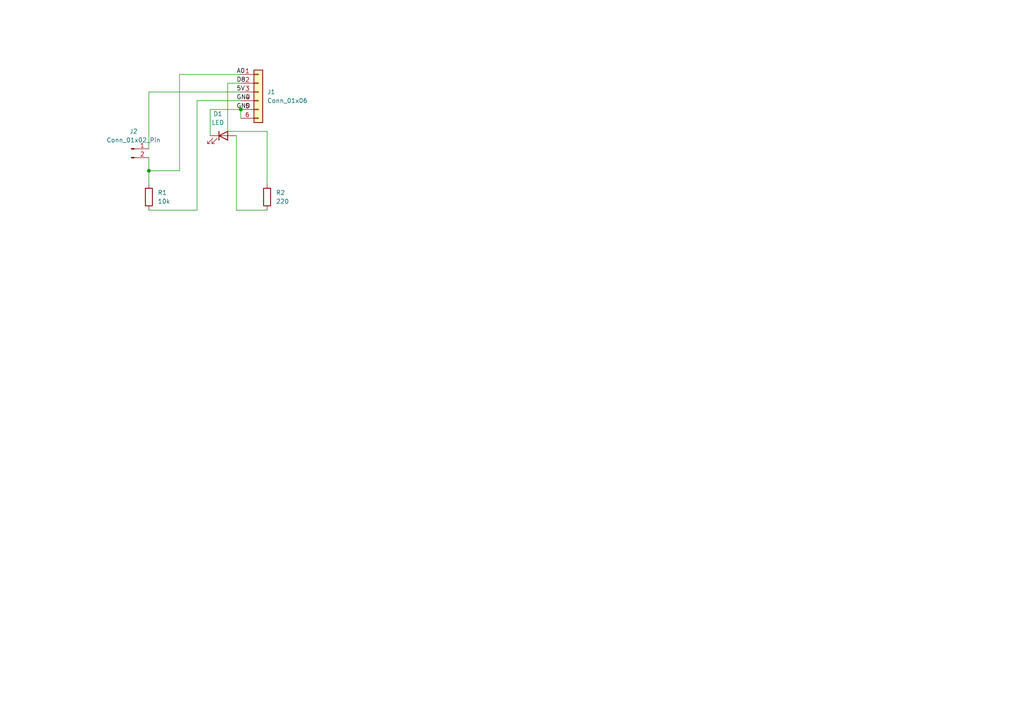
<source format=kicad_sch>
(kicad_sch (version 20250114) (generator "eeschema") (generator_version "9.0")
  (paper "A4")
  (lib_symbols
    (symbol "Connector:Conn_01x02_Pin" (pin_names (offset 1.016) (hide yes))
      (property "Reference" "J" (at 0 2.54 0))
      (property "Value" "Conn_01x02_Pin" (at 0 -5.08 0))
      (symbol "Conn_01x02_Pin_1_1"
        (rectangle (start 0.8636 0.127) (end 0 -0.127) (stroke (width 0.1524)) (fill (type outline)))
        (rectangle (start 0.8636 -2.413) (end 0 -2.667) (stroke (width 0.1524)) (fill (type outline)))
        (polyline (pts (xy 1.27 0) (xy 0.8636 0)) (stroke (width 0.1524)))
        (polyline (pts (xy 1.27 -2.54) (xy 0.8636 -2.54)) (stroke (width 0.1524)))
        (pin passive line (at 5.08 0 180) (length 3.81) (name "Pin_1") (number "1"))
        (pin passive line (at 5.08 -2.54 180) (length 3.81) (name "Pin_2") (number "2"))
      )
    )
    (symbol "Connector_Generic:Conn_01x06" (pin_names (offset 1.016) (hide yes))
      (property "Reference" "J" (at 0 7.62 0))
      (property "Value" "Conn_01x06" (at 0 -10.16 0))
      (symbol "Conn_01x06_1_1"
        (rectangle (start -1.27 6.35) (end 1.27 -8.89) (stroke (width 0.254)) (fill (type background)))
        (rectangle (start -1.27 5.207) (end 0 4.953) (stroke (width 0.1524)))
        (rectangle (start -1.27 2.667) (end 0 2.413) (stroke (width 0.1524)))
        (rectangle (start -1.27 0.127) (end 0 -0.127) (stroke (width 0.1524)))
        (rectangle (start -1.27 -2.413) (end 0 -2.667) (stroke (width 0.1524)))
        (rectangle (start -1.27 -4.953) (end 0 -5.207) (stroke (width 0.1524)))
        (rectangle (start -1.27 -7.493) (end 0 -7.747) (stroke (width 0.1524)))
        (pin passive line (at -5.08 5.08 0) (length 3.81) (name "Pin_1") (number "1"))
        (pin passive line (at -5.08 2.54 0) (length 3.81) (name "Pin_2") (number "2"))
        (pin passive line (at -5.08 0 0) (length 3.81) (name "Pin_3") (number "3"))
        (pin passive line (at -5.08 -2.54 0) (length 3.81) (name "Pin_4") (number "4"))
        (pin passive line (at -5.08 -5.08 0) (length 3.81) (name "Pin_5") (number "5"))
        (pin passive line (at -5.08 -7.62 0) (length 3.81) (name "Pin_6") (number "6"))
      )
    )
    (symbol "Device:LED" (pin_numbers (hide yes)) (pin_names (offset 1.016) (hide yes))
      (property "Reference" "D" (at 0 2.54 0))
      (property "Value" "LED" (at 0 -2.54 0))
      (symbol "LED_0_1"
        (polyline (pts (xy -3.048 -0.762) (xy -4.572 -2.286) (xy -3.81 -2.286) (xy -4.572 -2.286) (xy -4.572 -1.524)))
        (polyline (pts (xy -1.778 -0.762) (xy -3.302 -2.286) (xy -2.54 -2.286) (xy -3.302 -2.286) (xy -3.302 -1.524)))
        (polyline (pts (xy -1.27 0) (xy 1.27 0)))
        (polyline (pts (xy -1.27 -1.27) (xy -1.27 1.27)) (stroke (width 0.254)))
        (polyline (pts (xy 1.27 -1.27) (xy 1.27 1.27) (xy -1.27 0) (xy 1.27 -1.27)) (stroke (width 0.254)))
      )
      (symbol "LED_1_1"
        (pin passive line (at -3.81 0 0) (length 2.54) (name "K") (number "1"))
        (pin passive line (at 3.81 0 180) (length 2.54) (name "A") (number "2"))
      )
    )
    (symbol "Device:R" (pin_numbers (hide yes)) (pin_names (offset 0))
      (property "Reference" "R" (at 2.032 0 90))
      (property "Value" "R" (at 0 0 90))
      (symbol "R_0_1"
        (rectangle (start -1.016 -2.54) (end 1.016 2.54) (stroke (width 0.254)))
      )
      (symbol "R_1_1"
        (pin passive line (at 0 3.81 270) (length 1.27) (name "~") (number "1"))
        (pin passive line (at 0 -3.81 90) (length 1.27) (name "~") (number "2"))
      )
    )
  )
  (junction (at 69.85 31.75))
  (junction (at 43.18 49.53))
  (wire (pts (xy 52.07 21.59) (xy 69.85 21.59)))
  (wire (pts (xy 52.07 49.53) (xy 43.18 49.53)))
  (wire (pts (xy 57.15 60.96) (xy 57.15 29.21)))
  (wire (pts (xy 43.18 49.53) (xy 43.18 53.34)))
  (wire (pts (xy 57.15 29.21) (xy 69.85 29.21)))
  (wire (pts (xy 60.96 31.75) (xy 69.85 31.75)))
  (wire (pts (xy 43.18 26.67) (xy 69.85 26.67)))
  (wire (pts (xy 77.47 38.1) (xy 77.47 53.34)))
  (wire (pts (xy 68.58 60.96) (xy 68.58 39.37)))
  (wire (pts (xy 60.96 39.37) (xy 60.96 31.75)))
  (wire (pts (xy 43.18 45.72) (xy 43.18 49.53)))
  (wire (pts (xy 69.85 31.75) (xy 69.85 34.29)))
  (wire (pts (xy 66.04 38.1) (xy 66.04 24.13)))
  (wire (pts (xy 43.18 60.96) (xy 57.15 60.96)))
  (wire (pts (xy 66.04 24.13) (xy 69.85 24.13)))
  (wire (pts (xy 77.47 38.1) (xy 66.04 38.1)))
  (wire (pts (xy 43.18 26.67) (xy 43.18 43.18)))
  (wire (pts (xy 77.47 60.96) (xy 68.58 60.96)))
  (wire (pts (xy 52.07 21.59) (xy 52.07 49.53)))
  (label "GND" (at 68.58 31.75 0))
  (label "A0" (at 68.58 21.59 0))
  (label "D8" (at 68.58 24.13 0))
  (label "5V" (at 68.58 26.67 0))
  (label "GND" (at 68.58 29.21 0))
  (symbol (lib_id "Connector_Generic:Conn_01x06") (at 74.93 26.67 0) (unit 1)
    (property "Reference" "J1" (at 77.47 26.6699 0) (effects (justify left)))
    (property "Value" "Conn_01x06" (at 77.47 29.2099 0) (effects (justify left)))
    (property "Footprint" "Connector_PinHeader_2.54mm:PinHeader_1x06_P2.54mm_Horizontal" (effects (hide yes)))
    (property "Description" "Generic connector, single row, 01x06, script generated (kicad-library-utils/schlib/autogen/connector/)" (effects (hide yes)))
  )
  (symbol (lib_id "Device:LED") (at 64.77 39.37 0) (unit 1)
    (property "Reference" "D1" (at 63.1825 33.02 0))
    (property "Value" "LED" (at 63.1825 35.56 0))
    (property "Footprint" "LED_THT:LED_D3.0mm" (effects (hide yes)))
    (property "Description" "Light emitting diode" (effects (hide yes)))
    (property "Sim.Pins" "1=K 2=A" (effects (hide yes)))
  )
  (symbol (lib_id "Connector:Conn_01x02_Pin") (at 38.1 43.18 0) (unit 1)
    (property "Reference" "J2" (at 38.735 38.1 0))
    (property "Value" "Conn_01x02_Pin" (at 38.735 40.64 0))
    (property "Footprint" "Connector_PinHeader_2.54mm:PinHeader_1x02_P2.54mm_Horizontal" (effects (hide yes)))
    (property "Description" "Generic connector, single row, 01x02, script generated" (effects (hide yes)))
  )
  (symbol (lib_id "Device:R") (at 77.47 57.15 0) (unit 1)
    (property "Reference" "R2" (at 80.01 55.8799 0) (effects (justify left)))
    (property "Value" "220" (at 80.01 58.4199 0) (effects (justify left)))
    (property "Footprint" "Resistor_THT:R_Axial_DIN0309_L9.0mm_D3.2mm_P25.40mm_Horizontal" (effects (hide yes)))
    (property "Description" "Resistor" (effects (hide yes)))
  )
  (symbol (lib_id "Device:R") (at 43.18 57.15 0) (unit 1)
    (property "Reference" "R1" (at 45.72 55.8799 0) (effects (justify left)))
    (property "Value" "10k" (at 45.72 58.4199 0) (effects (justify left)))
    (property "Footprint" "Resistor_THT:R_Axial_DIN0309_L9.0mm_D3.2mm_P25.40mm_Horizontal" (effects (hide yes)))
    (property "Description" "Resistor" (effects (hide yes)))
  )
)
</source>
